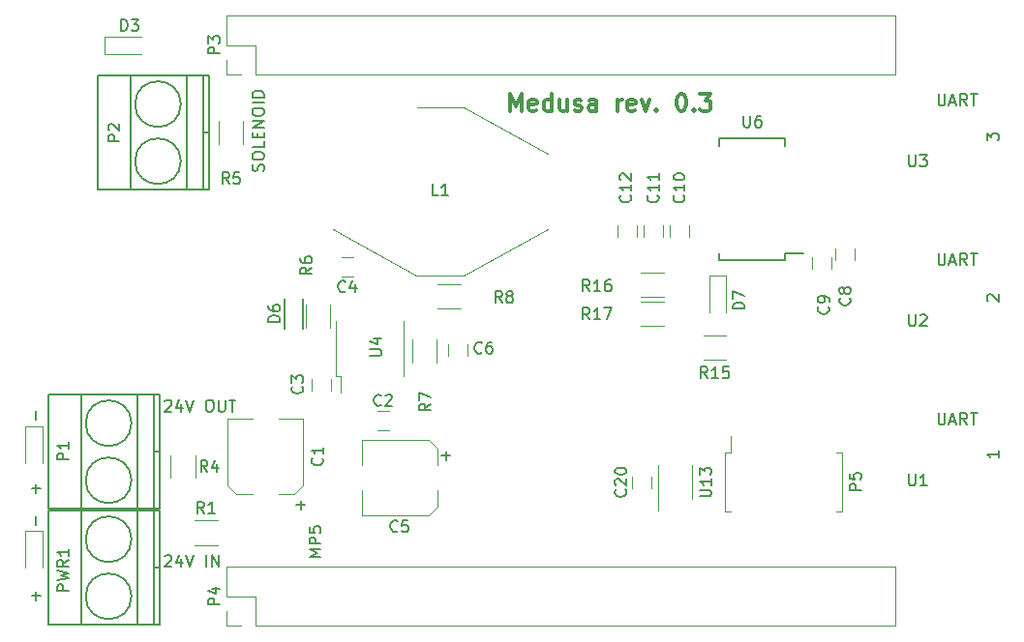
<source format=gto>
G04 #@! TF.GenerationSoftware,KiCad,Pcbnew,(6.0.0-rc1-dev-159-g1e43773)*
G04 #@! TF.CreationDate,2018-07-25T22:10:03-05:00*
G04 #@! TF.ProjectId,bbb_alien_harness,6262625F616C69656E5F6861726E6573,rev?*
G04 #@! TF.SameCoordinates,Original*
G04 #@! TF.FileFunction,Legend,Top*
G04 #@! TF.FilePolarity,Positive*
%FSLAX46Y46*%
G04 Gerber Fmt 4.6, Leading zero omitted, Abs format (unit mm)*
G04 Created by KiCad (PCBNEW (6.0.0-rc1-dev-159-g1e43773)) date Wed Jul 25 22:10:03 2018*
%MOMM*%
%LPD*%
G01*
G04 APERTURE LIST*
%ADD10C,0.300000*%
%ADD11C,0.203200*%
%ADD12C,0.120000*%
%ADD13C,0.150000*%
G04 APERTURE END LIST*
D10*
X119394366Y-81323571D02*
X119394366Y-79823571D01*
X119894366Y-80895000D01*
X120394366Y-79823571D01*
X120394366Y-81323571D01*
X121680081Y-81252142D02*
X121537224Y-81323571D01*
X121251509Y-81323571D01*
X121108652Y-81252142D01*
X121037224Y-81109285D01*
X121037224Y-80537857D01*
X121108652Y-80395000D01*
X121251509Y-80323571D01*
X121537224Y-80323571D01*
X121680081Y-80395000D01*
X121751509Y-80537857D01*
X121751509Y-80680714D01*
X121037224Y-80823571D01*
X123037224Y-81323571D02*
X123037224Y-79823571D01*
X123037224Y-81252142D02*
X122894366Y-81323571D01*
X122608652Y-81323571D01*
X122465795Y-81252142D01*
X122394366Y-81180714D01*
X122322938Y-81037857D01*
X122322938Y-80609285D01*
X122394366Y-80466428D01*
X122465795Y-80395000D01*
X122608652Y-80323571D01*
X122894366Y-80323571D01*
X123037224Y-80395000D01*
X124394366Y-80323571D02*
X124394366Y-81323571D01*
X123751509Y-80323571D02*
X123751509Y-81109285D01*
X123822938Y-81252142D01*
X123965795Y-81323571D01*
X124180081Y-81323571D01*
X124322938Y-81252142D01*
X124394366Y-81180714D01*
X125037224Y-81252142D02*
X125180081Y-81323571D01*
X125465795Y-81323571D01*
X125608652Y-81252142D01*
X125680081Y-81109285D01*
X125680081Y-81037857D01*
X125608652Y-80895000D01*
X125465795Y-80823571D01*
X125251509Y-80823571D01*
X125108652Y-80752142D01*
X125037224Y-80609285D01*
X125037224Y-80537857D01*
X125108652Y-80395000D01*
X125251509Y-80323571D01*
X125465795Y-80323571D01*
X125608652Y-80395000D01*
X126965795Y-81323571D02*
X126965795Y-80537857D01*
X126894367Y-80395000D01*
X126751509Y-80323571D01*
X126465795Y-80323571D01*
X126322938Y-80395000D01*
X126965795Y-81252142D02*
X126822938Y-81323571D01*
X126465795Y-81323571D01*
X126322938Y-81252142D01*
X126251509Y-81109285D01*
X126251509Y-80966428D01*
X126322938Y-80823571D01*
X126465795Y-80752142D01*
X126822938Y-80752142D01*
X126965795Y-80680714D01*
X128822938Y-81323571D02*
X128822938Y-80323571D01*
X128822938Y-80609285D02*
X128894367Y-80466428D01*
X128965795Y-80395000D01*
X129108652Y-80323571D01*
X129251509Y-80323571D01*
X130322938Y-81252142D02*
X130180081Y-81323571D01*
X129894367Y-81323571D01*
X129751509Y-81252142D01*
X129680081Y-81109285D01*
X129680081Y-80537857D01*
X129751509Y-80395000D01*
X129894367Y-80323571D01*
X130180081Y-80323571D01*
X130322938Y-80395000D01*
X130394367Y-80537857D01*
X130394367Y-80680714D01*
X129680081Y-80823571D01*
X130894367Y-80323571D02*
X131251509Y-81323571D01*
X131608652Y-80323571D01*
X132180081Y-81180714D02*
X132251509Y-81252142D01*
X132180081Y-81323571D01*
X132108652Y-81252142D01*
X132180081Y-81180714D01*
X132180081Y-81323571D01*
X134322938Y-79823571D02*
X134465795Y-79823571D01*
X134608652Y-79895000D01*
X134680081Y-79966428D01*
X134751509Y-80109285D01*
X134822938Y-80395000D01*
X134822938Y-80752142D01*
X134751509Y-81037857D01*
X134680081Y-81180714D01*
X134608652Y-81252142D01*
X134465795Y-81323571D01*
X134322938Y-81323571D01*
X134180081Y-81252142D01*
X134108652Y-81180714D01*
X134037224Y-81037857D01*
X133965795Y-80752142D01*
X133965795Y-80395000D01*
X134037224Y-80109285D01*
X134108652Y-79966428D01*
X134180081Y-79895000D01*
X134322938Y-79823571D01*
X135465795Y-81180714D02*
X135537224Y-81252142D01*
X135465795Y-81323571D01*
X135394367Y-81252142D01*
X135465795Y-81180714D01*
X135465795Y-81323571D01*
X136037224Y-79823571D02*
X136965795Y-79823571D01*
X136465795Y-80395000D01*
X136680081Y-80395000D01*
X136822938Y-80466428D01*
X136894367Y-80537857D01*
X136965795Y-80680714D01*
X136965795Y-81037857D01*
X136894367Y-81180714D01*
X136822938Y-81252142D01*
X136680081Y-81323571D01*
X136251509Y-81323571D01*
X136108652Y-81252142D01*
X136037224Y-81180714D01*
D11*
X162131986Y-111088714D02*
X162131986Y-111669285D01*
X162131986Y-111379000D02*
X161115986Y-111379000D01*
X161261128Y-111475761D01*
X161357890Y-111572523D01*
X161406271Y-111669285D01*
X161212747Y-97953285D02*
X161164367Y-97904904D01*
X161115986Y-97808142D01*
X161115986Y-97566238D01*
X161164367Y-97469476D01*
X161212747Y-97421095D01*
X161309509Y-97372714D01*
X161406271Y-97372714D01*
X161551414Y-97421095D01*
X162131986Y-98001666D01*
X162131986Y-97372714D01*
X161115986Y-83904666D02*
X161115986Y-83275714D01*
X161503033Y-83614380D01*
X161503033Y-83469238D01*
X161551414Y-83372476D01*
X161599795Y-83324095D01*
X161696557Y-83275714D01*
X161938462Y-83275714D01*
X162035224Y-83324095D01*
X162083605Y-83372476D01*
X162131986Y-83469238D01*
X162131986Y-83759523D01*
X162083605Y-83856285D01*
X162035224Y-83904666D01*
X156876605Y-107774619D02*
X156876605Y-108597095D01*
X156924986Y-108693857D01*
X156973367Y-108742238D01*
X157070128Y-108790619D01*
X157263652Y-108790619D01*
X157360414Y-108742238D01*
X157408795Y-108693857D01*
X157457176Y-108597095D01*
X157457176Y-107774619D01*
X157892605Y-108500333D02*
X158376414Y-108500333D01*
X157795843Y-108790619D02*
X158134509Y-107774619D01*
X158473176Y-108790619D01*
X159392414Y-108790619D02*
X159053747Y-108306809D01*
X158811843Y-108790619D02*
X158811843Y-107774619D01*
X159198890Y-107774619D01*
X159295652Y-107823000D01*
X159344033Y-107871380D01*
X159392414Y-107968142D01*
X159392414Y-108113285D01*
X159344033Y-108210047D01*
X159295652Y-108258428D01*
X159198890Y-108306809D01*
X158811843Y-108306809D01*
X159682700Y-107774619D02*
X160263271Y-107774619D01*
X159972986Y-108790619D02*
X159972986Y-107774619D01*
X156876605Y-93804619D02*
X156876605Y-94627095D01*
X156924986Y-94723857D01*
X156973367Y-94772238D01*
X157070128Y-94820619D01*
X157263652Y-94820619D01*
X157360414Y-94772238D01*
X157408795Y-94723857D01*
X157457176Y-94627095D01*
X157457176Y-93804619D01*
X157892605Y-94530333D02*
X158376414Y-94530333D01*
X157795843Y-94820619D02*
X158134509Y-93804619D01*
X158473176Y-94820619D01*
X159392414Y-94820619D02*
X159053747Y-94336809D01*
X158811843Y-94820619D02*
X158811843Y-93804619D01*
X159198890Y-93804619D01*
X159295652Y-93853000D01*
X159344033Y-93901380D01*
X159392414Y-93998142D01*
X159392414Y-94143285D01*
X159344033Y-94240047D01*
X159295652Y-94288428D01*
X159198890Y-94336809D01*
X158811843Y-94336809D01*
X159682700Y-93804619D02*
X160263271Y-93804619D01*
X159972986Y-94820619D02*
X159972986Y-93804619D01*
X156876605Y-79834619D02*
X156876605Y-80657095D01*
X156924986Y-80753857D01*
X156973367Y-80802238D01*
X157070128Y-80850619D01*
X157263652Y-80850619D01*
X157360414Y-80802238D01*
X157408795Y-80753857D01*
X157457176Y-80657095D01*
X157457176Y-79834619D01*
X157892605Y-80560333D02*
X158376414Y-80560333D01*
X157795843Y-80850619D02*
X158134509Y-79834619D01*
X158473176Y-80850619D01*
X159392414Y-80850619D02*
X159053747Y-80366809D01*
X158811843Y-80850619D02*
X158811843Y-79834619D01*
X159198890Y-79834619D01*
X159295652Y-79883000D01*
X159344033Y-79931380D01*
X159392414Y-80028142D01*
X159392414Y-80173285D01*
X159344033Y-80270047D01*
X159295652Y-80318428D01*
X159198890Y-80366809D01*
X158811843Y-80366809D01*
X159682700Y-79834619D02*
X160263271Y-79834619D01*
X159972986Y-80850619D02*
X159972986Y-79834619D01*
X97821605Y-86565619D02*
X97869986Y-86420476D01*
X97869986Y-86178571D01*
X97821605Y-86081809D01*
X97773224Y-86033428D01*
X97676462Y-85985047D01*
X97579700Y-85985047D01*
X97482938Y-86033428D01*
X97434557Y-86081809D01*
X97386176Y-86178571D01*
X97337795Y-86372095D01*
X97289414Y-86468857D01*
X97241033Y-86517238D01*
X97144271Y-86565619D01*
X97047509Y-86565619D01*
X96950747Y-86517238D01*
X96902367Y-86468857D01*
X96853986Y-86372095D01*
X96853986Y-86130190D01*
X96902367Y-85985047D01*
X96853986Y-85356095D02*
X96853986Y-85162571D01*
X96902367Y-85065809D01*
X96999128Y-84969047D01*
X97192652Y-84920666D01*
X97531319Y-84920666D01*
X97724843Y-84969047D01*
X97821605Y-85065809D01*
X97869986Y-85162571D01*
X97869986Y-85356095D01*
X97821605Y-85452857D01*
X97724843Y-85549619D01*
X97531319Y-85598000D01*
X97192652Y-85598000D01*
X96999128Y-85549619D01*
X96902367Y-85452857D01*
X96853986Y-85356095D01*
X97869986Y-84001428D02*
X97869986Y-84485238D01*
X96853986Y-84485238D01*
X97337795Y-83662761D02*
X97337795Y-83324095D01*
X97869986Y-83178952D02*
X97869986Y-83662761D01*
X96853986Y-83662761D01*
X96853986Y-83178952D01*
X97869986Y-82743523D02*
X96853986Y-82743523D01*
X97869986Y-82162952D01*
X96853986Y-82162952D01*
X96853986Y-81485619D02*
X96853986Y-81292095D01*
X96902367Y-81195333D01*
X96999128Y-81098571D01*
X97192652Y-81050190D01*
X97531319Y-81050190D01*
X97724843Y-81098571D01*
X97821605Y-81195333D01*
X97869986Y-81292095D01*
X97869986Y-81485619D01*
X97821605Y-81582380D01*
X97724843Y-81679142D01*
X97531319Y-81727523D01*
X97192652Y-81727523D01*
X96999128Y-81679142D01*
X96902367Y-81582380D01*
X96853986Y-81485619D01*
X97869986Y-80614761D02*
X96853986Y-80614761D01*
X97869986Y-80130952D02*
X96853986Y-80130952D01*
X96853986Y-79889047D01*
X96902367Y-79743904D01*
X96999128Y-79647142D01*
X97095890Y-79598761D01*
X97289414Y-79550380D01*
X97434557Y-79550380D01*
X97628081Y-79598761D01*
X97724843Y-79647142D01*
X97821605Y-79743904D01*
X97869986Y-79889047D01*
X97869986Y-80130952D01*
X77924938Y-108337047D02*
X77924938Y-107562952D01*
X77546599Y-114372571D02*
X78320694Y-114372571D01*
X77933647Y-114759619D02*
X77933647Y-113985523D01*
X77924938Y-117608047D02*
X77924938Y-116833952D01*
X77546599Y-123770571D02*
X78320694Y-123770571D01*
X77933647Y-124157619D02*
X77933647Y-123383523D01*
X89197701Y-106728380D02*
X89246081Y-106680000D01*
X89342843Y-106631619D01*
X89584748Y-106631619D01*
X89681510Y-106680000D01*
X89729891Y-106728380D01*
X89778272Y-106825142D01*
X89778272Y-106921904D01*
X89729891Y-107067047D01*
X89149320Y-107647619D01*
X89778272Y-107647619D01*
X90649129Y-106970285D02*
X90649129Y-107647619D01*
X90407224Y-106583238D02*
X90165320Y-107308952D01*
X90794272Y-107308952D01*
X91036177Y-106631619D02*
X91374843Y-107647619D01*
X91713510Y-106631619D01*
X93019796Y-106631619D02*
X93213320Y-106631619D01*
X93310081Y-106680000D01*
X93406843Y-106776761D01*
X93455224Y-106970285D01*
X93455224Y-107308952D01*
X93406843Y-107502476D01*
X93310081Y-107599238D01*
X93213320Y-107647619D01*
X93019796Y-107647619D01*
X92923034Y-107599238D01*
X92826272Y-107502476D01*
X92777891Y-107308952D01*
X92777891Y-106970285D01*
X92826272Y-106776761D01*
X92923034Y-106680000D01*
X93019796Y-106631619D01*
X93890653Y-106631619D02*
X93890653Y-107454095D01*
X93939034Y-107550857D01*
X93987415Y-107599238D01*
X94084177Y-107647619D01*
X94277701Y-107647619D01*
X94374462Y-107599238D01*
X94422843Y-107550857D01*
X94471224Y-107454095D01*
X94471224Y-106631619D01*
X94809891Y-106631619D02*
X95390462Y-106631619D01*
X95100177Y-107647619D02*
X95100177Y-106631619D01*
X89197700Y-120317380D02*
X89246081Y-120269000D01*
X89342843Y-120220619D01*
X89584747Y-120220619D01*
X89681509Y-120269000D01*
X89729890Y-120317380D01*
X89778271Y-120414142D01*
X89778271Y-120510904D01*
X89729890Y-120656047D01*
X89149319Y-121236619D01*
X89778271Y-121236619D01*
X90649128Y-120559285D02*
X90649128Y-121236619D01*
X90407224Y-120172238D02*
X90165319Y-120897952D01*
X90794271Y-120897952D01*
X91036176Y-120220619D02*
X91374843Y-121236619D01*
X91713509Y-120220619D01*
X92826271Y-121236619D02*
X92826271Y-120220619D01*
X93310081Y-121236619D02*
X93310081Y-120220619D01*
X93890652Y-121236619D01*
X93890652Y-120220619D01*
D12*
G04 #@! TO.C,R4*
X89710967Y-113445800D02*
X89710967Y-111445800D01*
X91850967Y-111445800D02*
X91850967Y-113445800D01*
D13*
G04 #@! TO.C,D6*
X99658367Y-97759520D02*
X99658367Y-100360480D01*
X101258367Y-97759520D02*
X101258367Y-100360480D01*
G04 #@! TO.C,U6*
X143464000Y-93827800D02*
X145064000Y-93827800D01*
X143464000Y-83752800D02*
X137714000Y-83752800D01*
X143464000Y-94402800D02*
X137714000Y-94402800D01*
X143464000Y-83752800D02*
X143464000Y-84402800D01*
X137714000Y-83752800D02*
X137714000Y-84402800D01*
X137714000Y-94402800D02*
X137714000Y-93752800D01*
X143464000Y-94402800D02*
X143464000Y-93827800D01*
D12*
G04 #@! TO.C,D3*
X87107367Y-76315000D02*
X83907367Y-76315000D01*
X83907367Y-74815000D02*
X87107367Y-74815000D01*
X83907367Y-74815000D02*
X83907367Y-76315000D01*
G04 #@! TO.C,P4*
X153095000Y-126425000D02*
X153095000Y-121225000D01*
X97155000Y-126425000D02*
X153095000Y-126425000D01*
X94555000Y-121225000D02*
X153095000Y-121225000D01*
X97155000Y-126425000D02*
X97155000Y-123825000D01*
X97155000Y-123825000D02*
X94555000Y-123825000D01*
X94555000Y-123825000D02*
X94555000Y-121225000D01*
X95885000Y-126425000D02*
X94555000Y-126425000D01*
X94555000Y-126425000D02*
X94555000Y-125095000D01*
G04 #@! TO.C,P3*
X94555000Y-78165000D02*
X94555000Y-76835000D01*
X95885000Y-78165000D02*
X94555000Y-78165000D01*
X94555000Y-75565000D02*
X94555000Y-72965000D01*
X97155000Y-75565000D02*
X94555000Y-75565000D01*
X97155000Y-78165000D02*
X97155000Y-75565000D01*
X94555000Y-72965000D02*
X153095000Y-72965000D01*
X97155000Y-78165000D02*
X153095000Y-78165000D01*
X153095000Y-78165000D02*
X153095000Y-72965000D01*
D13*
G04 #@! TO.C,PWR1*
X86275600Y-123825000D02*
G75*
G03X86275600Y-123825000I-2000000J0D01*
G01*
X86275600Y-118825000D02*
G75*
G03X86275600Y-118825000I-2000000J0D01*
G01*
X78975600Y-126325000D02*
X88775600Y-126325000D01*
X78975600Y-116325000D02*
X78975600Y-126325000D01*
X88775600Y-116325000D02*
X78975600Y-116325000D01*
X88775600Y-126325000D02*
X88775600Y-116325000D01*
X88275600Y-126325000D02*
X88275600Y-116325000D01*
X81875600Y-126325000D02*
X81875600Y-116325000D01*
X86775600Y-126325000D02*
X86775600Y-116325000D01*
X88275600Y-121325000D02*
X88775600Y-121325000D01*
G04 #@! TO.C,P2*
X92593600Y-83225000D02*
X93093600Y-83225000D01*
X91093600Y-88225000D02*
X91093600Y-78225000D01*
X86193600Y-88225000D02*
X86193600Y-78225000D01*
X92593600Y-88225000D02*
X92593600Y-78225000D01*
X93093600Y-88225000D02*
X93093600Y-78225000D01*
X93093600Y-78225000D02*
X83293600Y-78225000D01*
X83293600Y-78225000D02*
X83293600Y-88225000D01*
X83293600Y-88225000D02*
X93093600Y-88225000D01*
X90593600Y-80725000D02*
G75*
G03X90593600Y-80725000I-2000000J0D01*
G01*
X90593600Y-85725000D02*
G75*
G03X90593600Y-85725000I-2000000J0D01*
G01*
G04 #@! TO.C,P1*
X86275600Y-113665000D02*
G75*
G03X86275600Y-113665000I-2000000J0D01*
G01*
X86275600Y-108665000D02*
G75*
G03X86275600Y-108665000I-2000000J0D01*
G01*
X78975600Y-116165000D02*
X88775600Y-116165000D01*
X78975600Y-106165000D02*
X78975600Y-116165000D01*
X88775600Y-106165000D02*
X78975600Y-106165000D01*
X88775600Y-116165000D02*
X88775600Y-106165000D01*
X88275600Y-116165000D02*
X88275600Y-106165000D01*
X81875600Y-116165000D02*
X81875600Y-106165000D01*
X86775600Y-116165000D02*
X86775600Y-106165000D01*
X88275600Y-111165000D02*
X88775600Y-111165000D01*
D12*
G04 #@! TO.C,R8*
X113047367Y-96466000D02*
X115047367Y-96466000D01*
X115047367Y-98606000D02*
X113047367Y-98606000D01*
G04 #@! TO.C,C5*
X112269367Y-116711000D02*
X106429367Y-116711000D01*
X113029367Y-115951000D02*
X112269367Y-116711000D01*
X112269367Y-110111000D02*
X113029367Y-110871000D01*
X106429367Y-110111000D02*
X112269367Y-110111000D01*
X113029367Y-115951000D02*
X113029367Y-114531000D01*
X113029367Y-110871000D02*
X113029367Y-112291000D01*
X106429367Y-116711000D02*
X106429367Y-114531000D01*
X106429367Y-110111000D02*
X106429367Y-112291000D01*
G04 #@! TO.C,P5*
X138710159Y-109770947D02*
X138710159Y-111190947D01*
X148460159Y-111190947D02*
X147930159Y-111190947D01*
X148460159Y-116390947D02*
X148460159Y-111190947D01*
X147930159Y-116390947D02*
X148460159Y-116390947D01*
X138180159Y-111190947D02*
X138710159Y-111190947D01*
X138180159Y-116390947D02*
X138180159Y-111190947D01*
X138710159Y-116390947D02*
X138180159Y-116390947D01*
G04 #@! TO.C,C1*
X94719967Y-114096800D02*
X94719967Y-108256800D01*
X95479967Y-114856800D02*
X94719967Y-114096800D01*
X101319967Y-114096800D02*
X100559967Y-114856800D01*
X101319967Y-108256800D02*
X101319967Y-114096800D01*
X95479967Y-114856800D02*
X96899967Y-114856800D01*
X100559967Y-114856800D02*
X99139967Y-114856800D01*
X94719967Y-108256800D02*
X96899967Y-108256800D01*
X101319967Y-108256800D02*
X99139967Y-108256800D01*
G04 #@! TO.C,C4*
X104657367Y-95846000D02*
X105657367Y-95846000D01*
X105657367Y-94146000D02*
X104657367Y-94146000D01*
G04 #@! TO.C,C6*
X113959367Y-101735000D02*
X113959367Y-102735000D01*
X115659367Y-102735000D02*
X115659367Y-101735000D01*
G04 #@! TO.C,C8*
X149567000Y-94403800D02*
X149567000Y-93403800D01*
X147867000Y-93403800D02*
X147867000Y-94403800D01*
G04 #@! TO.C,C9*
X145835000Y-94165800D02*
X145835000Y-95165800D01*
X147535000Y-95165800D02*
X147535000Y-94165800D01*
G04 #@! TO.C,C3*
X103721367Y-105783000D02*
X103721367Y-104783000D01*
X102021367Y-104783000D02*
X102021367Y-105783000D01*
G04 #@! TO.C,C2*
X108783793Y-107608000D02*
X107783793Y-107608000D01*
X107783793Y-109308000D02*
X108783793Y-109308000D01*
G04 #@! TO.C,C10*
X133389000Y-91371800D02*
X133389000Y-92371800D01*
X135089000Y-92371800D02*
X135089000Y-91371800D01*
G04 #@! TO.C,C11*
X131103000Y-91371800D02*
X131103000Y-92371800D01*
X132803000Y-92371800D02*
X132803000Y-91371800D01*
G04 #@! TO.C,C20*
X131747995Y-114333408D02*
X131747995Y-113333408D01*
X130047995Y-113333408D02*
X130047995Y-114333408D01*
G04 #@! TO.C,C12*
X130517000Y-92371800D02*
X130517000Y-91371800D01*
X128817000Y-91371800D02*
X128817000Y-92371800D01*
G04 #@! TO.C,U13*
X132318995Y-112333408D02*
X132318995Y-116333408D01*
X135318995Y-112333408D02*
X135318995Y-115333408D01*
G04 #@! TO.C,D7*
X138317767Y-95767800D02*
X136817767Y-95767800D01*
X138317767Y-95767800D02*
X138317767Y-98967800D01*
X136817767Y-98967800D02*
X136817767Y-95767800D01*
G04 #@! TO.C,D2*
X76975367Y-112150400D02*
X76975367Y-108950400D01*
X78475367Y-108950400D02*
X78475367Y-112150400D01*
X78475367Y-108950400D02*
X76975367Y-108950400D01*
G04 #@! TO.C,D1*
X78475367Y-118069000D02*
X76975367Y-118069000D01*
X78475367Y-118069000D02*
X78475367Y-121269000D01*
X76975367Y-121269000D02*
X76975367Y-118069000D01*
G04 #@! TO.C,R7*
X110818367Y-103362000D02*
X110818367Y-101362000D01*
X112958367Y-101362000D02*
X112958367Y-103362000D01*
G04 #@! TO.C,R6*
X103687367Y-98314000D02*
X103687367Y-100314000D01*
X101547367Y-100314000D02*
X101547367Y-98314000D01*
G04 #@! TO.C,R5*
X96067367Y-82185000D02*
X96067367Y-84185000D01*
X93927367Y-84185000D02*
X93927367Y-82185000D01*
G04 #@! TO.C,R1*
X93838367Y-119332400D02*
X91838367Y-119332400D01*
X91838367Y-117192400D02*
X93838367Y-117192400D01*
G04 #@! TO.C,R16*
X130826000Y-95500800D02*
X132826000Y-95500800D01*
X132826000Y-97640800D02*
X130826000Y-97640800D01*
G04 #@! TO.C,R17*
X130826000Y-98040800D02*
X132826000Y-98040800D01*
X132826000Y-100180800D02*
X130826000Y-100180800D01*
G04 #@! TO.C,R15*
X138313767Y-103101800D02*
X136313767Y-103101800D01*
X136313767Y-100961800D02*
X138313767Y-100961800D01*
G04 #@! TO.C,L1*
X111235367Y-81026000D02*
X115335367Y-81026000D01*
X111217367Y-95758000D02*
X103887367Y-91694000D01*
X115317367Y-95758000D02*
X111217367Y-95758000D01*
X115335367Y-95758000D02*
X122683367Y-91694000D01*
X115317367Y-81026000D02*
X122683367Y-85090000D01*
G04 #@! TO.C,U4*
X110061794Y-104555961D02*
X110061794Y-99755961D01*
X104153794Y-104555961D02*
X104153794Y-99755961D01*
X104553794Y-104555961D02*
X104553794Y-105955961D01*
X104153794Y-104555961D02*
X104553794Y-104555961D01*
G04 #@! TO.C,R4*
D13*
X92925700Y-112923580D02*
X92592367Y-112447390D01*
X92354271Y-112923580D02*
X92354271Y-111923580D01*
X92735224Y-111923580D01*
X92830462Y-111971200D01*
X92878081Y-112018819D01*
X92925700Y-112114057D01*
X92925700Y-112256914D01*
X92878081Y-112352152D01*
X92830462Y-112399771D01*
X92735224Y-112447390D01*
X92354271Y-112447390D01*
X93782843Y-112256914D02*
X93782843Y-112923580D01*
X93544747Y-111875961D02*
X93306652Y-112590247D01*
X93925700Y-112590247D01*
G04 #@! TO.C,U2*
X154279695Y-99147380D02*
X154279695Y-99956904D01*
X154327314Y-100052142D01*
X154374933Y-100099761D01*
X154470171Y-100147380D01*
X154660647Y-100147380D01*
X154755885Y-100099761D01*
X154803504Y-100052142D01*
X154851123Y-99956904D01*
X154851123Y-99147380D01*
X155279695Y-99242619D02*
X155327314Y-99195000D01*
X155422552Y-99147380D01*
X155660647Y-99147380D01*
X155755885Y-99195000D01*
X155803504Y-99242619D01*
X155851123Y-99337857D01*
X155851123Y-99433095D01*
X155803504Y-99575952D01*
X155232076Y-100147380D01*
X155851123Y-100147380D01*
G04 #@! TO.C,D6*
X99259747Y-99798095D02*
X98259747Y-99798095D01*
X98259747Y-99560000D01*
X98307367Y-99417142D01*
X98402605Y-99321904D01*
X98497843Y-99274285D01*
X98688319Y-99226666D01*
X98831176Y-99226666D01*
X99021652Y-99274285D01*
X99116890Y-99321904D01*
X99212128Y-99417142D01*
X99259747Y-99560000D01*
X99259747Y-99798095D01*
X98259747Y-98369523D02*
X98259747Y-98560000D01*
X98307367Y-98655238D01*
X98354986Y-98702857D01*
X98497843Y-98798095D01*
X98688319Y-98845714D01*
X99069271Y-98845714D01*
X99164509Y-98798095D01*
X99212128Y-98750476D01*
X99259747Y-98655238D01*
X99259747Y-98464761D01*
X99212128Y-98369523D01*
X99164509Y-98321904D01*
X99069271Y-98274285D01*
X98831176Y-98274285D01*
X98735938Y-98321904D01*
X98688319Y-98369523D01*
X98640700Y-98464761D01*
X98640700Y-98655238D01*
X98688319Y-98750476D01*
X98735938Y-98798095D01*
X98831176Y-98845714D01*
G04 #@! TO.C,U6*
X139827095Y-81740437D02*
X139827095Y-82549961D01*
X139874714Y-82645199D01*
X139922333Y-82692818D01*
X140017571Y-82740437D01*
X140208047Y-82740437D01*
X140303285Y-82692818D01*
X140350904Y-82645199D01*
X140398523Y-82549961D01*
X140398523Y-81740437D01*
X141303285Y-81740437D02*
X141112809Y-81740437D01*
X141017571Y-81788057D01*
X140969952Y-81835676D01*
X140874714Y-81978533D01*
X140827095Y-82169009D01*
X140827095Y-82549961D01*
X140874714Y-82645199D01*
X140922333Y-82692818D01*
X141017571Y-82740437D01*
X141208047Y-82740437D01*
X141303285Y-82692818D01*
X141350904Y-82645199D01*
X141398523Y-82549961D01*
X141398523Y-82311866D01*
X141350904Y-82216628D01*
X141303285Y-82169009D01*
X141208047Y-82121390D01*
X141017571Y-82121390D01*
X140922333Y-82169009D01*
X140874714Y-82216628D01*
X140827095Y-82311866D01*
G04 #@! TO.C,D3*
X85369271Y-74317380D02*
X85369271Y-73317380D01*
X85607367Y-73317380D01*
X85750224Y-73365000D01*
X85845462Y-73460238D01*
X85893081Y-73555476D01*
X85940700Y-73745952D01*
X85940700Y-73888809D01*
X85893081Y-74079285D01*
X85845462Y-74174523D01*
X85750224Y-74269761D01*
X85607367Y-74317380D01*
X85369271Y-74317380D01*
X86274033Y-73317380D02*
X86893081Y-73317380D01*
X86559747Y-73698333D01*
X86702605Y-73698333D01*
X86797843Y-73745952D01*
X86845462Y-73793571D01*
X86893081Y-73888809D01*
X86893081Y-74126904D01*
X86845462Y-74222142D01*
X86797843Y-74269761D01*
X86702605Y-74317380D01*
X86416890Y-74317380D01*
X86321652Y-74269761D01*
X86274033Y-74222142D01*
G04 #@! TO.C,P4*
X94007380Y-124563095D02*
X93007380Y-124563095D01*
X93007380Y-124182142D01*
X93055000Y-124086904D01*
X93102619Y-124039285D01*
X93197857Y-123991666D01*
X93340714Y-123991666D01*
X93435952Y-124039285D01*
X93483571Y-124086904D01*
X93531190Y-124182142D01*
X93531190Y-124563095D01*
X93340714Y-123134523D02*
X94007380Y-123134523D01*
X92959761Y-123372619D02*
X93674047Y-123610714D01*
X93674047Y-122991666D01*
G04 #@! TO.C,P3*
X94007380Y-76303095D02*
X93007380Y-76303095D01*
X93007380Y-75922142D01*
X93055000Y-75826904D01*
X93102619Y-75779285D01*
X93197857Y-75731666D01*
X93340714Y-75731666D01*
X93435952Y-75779285D01*
X93483571Y-75826904D01*
X93531190Y-75922142D01*
X93531190Y-76303095D01*
X93007380Y-75398333D02*
X93007380Y-74779285D01*
X93388333Y-75112619D01*
X93388333Y-74969761D01*
X93435952Y-74874523D01*
X93483571Y-74826904D01*
X93578809Y-74779285D01*
X93816904Y-74779285D01*
X93912142Y-74826904D01*
X93959761Y-74874523D01*
X94007380Y-74969761D01*
X94007380Y-75255476D01*
X93959761Y-75350714D01*
X93912142Y-75398333D01*
G04 #@! TO.C,PWR1*
X80792580Y-123348523D02*
X79792580Y-123348523D01*
X79792580Y-122967571D01*
X79840200Y-122872333D01*
X79887819Y-122824714D01*
X79983057Y-122777095D01*
X80125914Y-122777095D01*
X80221152Y-122824714D01*
X80268771Y-122872333D01*
X80316390Y-122967571D01*
X80316390Y-123348523D01*
X79792580Y-122443761D02*
X80792580Y-122205666D01*
X80078295Y-122015190D01*
X80792580Y-121824714D01*
X79792580Y-121586619D01*
X80792580Y-120634238D02*
X80316390Y-120967571D01*
X80792580Y-121205666D02*
X79792580Y-121205666D01*
X79792580Y-120824714D01*
X79840200Y-120729476D01*
X79887819Y-120681857D01*
X79983057Y-120634238D01*
X80125914Y-120634238D01*
X80221152Y-120681857D01*
X80268771Y-120729476D01*
X80316390Y-120824714D01*
X80316390Y-121205666D01*
X80792580Y-119681857D02*
X80792580Y-120253285D01*
X80792580Y-119967571D02*
X79792580Y-119967571D01*
X79935438Y-120062809D01*
X80030676Y-120158047D01*
X80078295Y-120253285D01*
G04 #@! TO.C,P2*
X85237580Y-83963095D02*
X84237580Y-83963095D01*
X84237580Y-83582142D01*
X84285200Y-83486904D01*
X84332819Y-83439285D01*
X84428057Y-83391666D01*
X84570914Y-83391666D01*
X84666152Y-83439285D01*
X84713771Y-83486904D01*
X84761390Y-83582142D01*
X84761390Y-83963095D01*
X84332819Y-83010714D02*
X84285200Y-82963095D01*
X84237580Y-82867857D01*
X84237580Y-82629761D01*
X84285200Y-82534523D01*
X84332819Y-82486904D01*
X84428057Y-82439285D01*
X84523295Y-82439285D01*
X84666152Y-82486904D01*
X85237580Y-83058333D01*
X85237580Y-82439285D01*
G04 #@! TO.C,P1*
X80792580Y-111863095D02*
X79792580Y-111863095D01*
X79792580Y-111482142D01*
X79840200Y-111386904D01*
X79887819Y-111339285D01*
X79983057Y-111291666D01*
X80125914Y-111291666D01*
X80221152Y-111339285D01*
X80268771Y-111386904D01*
X80316390Y-111482142D01*
X80316390Y-111863095D01*
X80792580Y-110339285D02*
X80792580Y-110910714D01*
X80792580Y-110625000D02*
X79792580Y-110625000D01*
X79935438Y-110720238D01*
X80030676Y-110815476D01*
X80078295Y-110910714D01*
G04 #@! TO.C,R8*
X118706700Y-98115380D02*
X118373367Y-97639190D01*
X118135271Y-98115380D02*
X118135271Y-97115380D01*
X118516224Y-97115380D01*
X118611462Y-97163000D01*
X118659081Y-97210619D01*
X118706700Y-97305857D01*
X118706700Y-97448714D01*
X118659081Y-97543952D01*
X118611462Y-97591571D01*
X118516224Y-97639190D01*
X118135271Y-97639190D01*
X119278128Y-97543952D02*
X119182890Y-97496333D01*
X119135271Y-97448714D01*
X119087652Y-97353476D01*
X119087652Y-97305857D01*
X119135271Y-97210619D01*
X119182890Y-97163000D01*
X119278128Y-97115380D01*
X119468605Y-97115380D01*
X119563843Y-97163000D01*
X119611462Y-97210619D01*
X119659081Y-97305857D01*
X119659081Y-97353476D01*
X119611462Y-97448714D01*
X119563843Y-97496333D01*
X119468605Y-97543952D01*
X119278128Y-97543952D01*
X119182890Y-97591571D01*
X119135271Y-97639190D01*
X119087652Y-97734428D01*
X119087652Y-97924904D01*
X119135271Y-98020142D01*
X119182890Y-98067761D01*
X119278128Y-98115380D01*
X119468605Y-98115380D01*
X119563843Y-98067761D01*
X119611462Y-98020142D01*
X119659081Y-97924904D01*
X119659081Y-97734428D01*
X119611462Y-97639190D01*
X119563843Y-97591571D01*
X119468605Y-97543952D01*
G04 #@! TO.C,C5*
X109562700Y-118086142D02*
X109515081Y-118133761D01*
X109372224Y-118181380D01*
X109276986Y-118181380D01*
X109134128Y-118133761D01*
X109038890Y-118038523D01*
X108991271Y-117943285D01*
X108943652Y-117752809D01*
X108943652Y-117609952D01*
X108991271Y-117419476D01*
X109038890Y-117324238D01*
X109134128Y-117229000D01*
X109276986Y-117181380D01*
X109372224Y-117181380D01*
X109515081Y-117229000D01*
X109562700Y-117276619D01*
X110467462Y-117181380D02*
X109991271Y-117181380D01*
X109943652Y-117657571D01*
X109991271Y-117609952D01*
X110086509Y-117562333D01*
X110324605Y-117562333D01*
X110419843Y-117609952D01*
X110467462Y-117657571D01*
X110515081Y-117752809D01*
X110515081Y-117990904D01*
X110467462Y-118086142D01*
X110419843Y-118133761D01*
X110324605Y-118181380D01*
X110086509Y-118181380D01*
X109991271Y-118133761D01*
X109943652Y-118086142D01*
X113412414Y-111501228D02*
X114174319Y-111501228D01*
X113793367Y-111882180D02*
X113793367Y-111120276D01*
G04 #@! TO.C,P5*
X150103854Y-114529042D02*
X149103854Y-114529042D01*
X149103854Y-114148089D01*
X149151474Y-114052851D01*
X149199093Y-114005232D01*
X149294331Y-113957613D01*
X149437188Y-113957613D01*
X149532426Y-114005232D01*
X149580045Y-114052851D01*
X149627664Y-114148089D01*
X149627664Y-114529042D01*
X149103854Y-113052851D02*
X149103854Y-113529042D01*
X149580045Y-113576661D01*
X149532426Y-113529042D01*
X149484807Y-113433804D01*
X149484807Y-113195708D01*
X149532426Y-113100470D01*
X149580045Y-113052851D01*
X149675283Y-113005232D01*
X149913378Y-113005232D01*
X150008616Y-113052851D01*
X150056235Y-113100470D01*
X150103854Y-113195708D01*
X150103854Y-113433804D01*
X150056235Y-113529042D01*
X150008616Y-113576661D01*
G04 #@! TO.C,MP5*
X102847747Y-120359323D02*
X101847747Y-120359323D01*
X102562033Y-120025990D01*
X101847747Y-119692657D01*
X102847747Y-119692657D01*
X102847747Y-119216466D02*
X101847747Y-119216466D01*
X101847747Y-118835514D01*
X101895367Y-118740276D01*
X101942986Y-118692657D01*
X102038224Y-118645038D01*
X102181081Y-118645038D01*
X102276319Y-118692657D01*
X102323938Y-118740276D01*
X102371557Y-118835514D01*
X102371557Y-119216466D01*
X101847747Y-117740276D02*
X101847747Y-118216466D01*
X102323938Y-118264085D01*
X102276319Y-118216466D01*
X102228700Y-118121228D01*
X102228700Y-117883133D01*
X102276319Y-117787895D01*
X102323938Y-117740276D01*
X102419176Y-117692657D01*
X102657271Y-117692657D01*
X102752509Y-117740276D01*
X102800128Y-117787895D01*
X102847747Y-117883133D01*
X102847747Y-118121228D01*
X102800128Y-118216466D01*
X102752509Y-118264085D01*
G04 #@! TO.C,C1*
X102937109Y-111723466D02*
X102984728Y-111771085D01*
X103032347Y-111913942D01*
X103032347Y-112009180D01*
X102984728Y-112152038D01*
X102889490Y-112247276D01*
X102794252Y-112294895D01*
X102603776Y-112342514D01*
X102460919Y-112342514D01*
X102270443Y-112294895D01*
X102175205Y-112247276D01*
X102079967Y-112152038D01*
X102032347Y-112009180D01*
X102032347Y-111913942D01*
X102079967Y-111771085D01*
X102127586Y-111723466D01*
X103032347Y-110771085D02*
X103032347Y-111342514D01*
X103032347Y-111056800D02*
X102032347Y-111056800D01*
X102175205Y-111152038D01*
X102270443Y-111247276D01*
X102318062Y-111342514D01*
X101101395Y-116217752D02*
X101101395Y-115455847D01*
X101482347Y-115836800D02*
X100720443Y-115836800D01*
G04 #@! TO.C,C4*
X104990700Y-97103142D02*
X104943081Y-97150761D01*
X104800224Y-97198380D01*
X104704986Y-97198380D01*
X104562128Y-97150761D01*
X104466890Y-97055523D01*
X104419271Y-96960285D01*
X104371652Y-96769809D01*
X104371652Y-96626952D01*
X104419271Y-96436476D01*
X104466890Y-96341238D01*
X104562128Y-96246000D01*
X104704986Y-96198380D01*
X104800224Y-96198380D01*
X104943081Y-96246000D01*
X104990700Y-96293619D01*
X105847843Y-96531714D02*
X105847843Y-97198380D01*
X105609747Y-96150761D02*
X105371652Y-96865047D01*
X105990700Y-96865047D01*
G04 #@! TO.C,C6*
X116928700Y-102465142D02*
X116881081Y-102512761D01*
X116738224Y-102560380D01*
X116642986Y-102560380D01*
X116500128Y-102512761D01*
X116404890Y-102417523D01*
X116357271Y-102322285D01*
X116309652Y-102131809D01*
X116309652Y-101988952D01*
X116357271Y-101798476D01*
X116404890Y-101703238D01*
X116500128Y-101608000D01*
X116642986Y-101560380D01*
X116738224Y-101560380D01*
X116881081Y-101608000D01*
X116928700Y-101655619D01*
X117785843Y-101560380D02*
X117595367Y-101560380D01*
X117500128Y-101608000D01*
X117452509Y-101655619D01*
X117357271Y-101798476D01*
X117309652Y-101988952D01*
X117309652Y-102369904D01*
X117357271Y-102465142D01*
X117404890Y-102512761D01*
X117500128Y-102560380D01*
X117690605Y-102560380D01*
X117785843Y-102512761D01*
X117833462Y-102465142D01*
X117881081Y-102369904D01*
X117881081Y-102131809D01*
X117833462Y-102036571D01*
X117785843Y-101988952D01*
X117690605Y-101941333D01*
X117500128Y-101941333D01*
X117404890Y-101988952D01*
X117357271Y-102036571D01*
X117309652Y-102131809D01*
G04 #@! TO.C,C8*
X149099542Y-97702666D02*
X149147161Y-97750285D01*
X149194780Y-97893142D01*
X149194780Y-97988380D01*
X149147161Y-98131238D01*
X149051923Y-98226476D01*
X148956685Y-98274095D01*
X148766209Y-98321714D01*
X148623352Y-98321714D01*
X148432876Y-98274095D01*
X148337638Y-98226476D01*
X148242400Y-98131238D01*
X148194780Y-97988380D01*
X148194780Y-97893142D01*
X148242400Y-97750285D01*
X148290019Y-97702666D01*
X148623352Y-97131238D02*
X148575733Y-97226476D01*
X148528114Y-97274095D01*
X148432876Y-97321714D01*
X148385257Y-97321714D01*
X148290019Y-97274095D01*
X148242400Y-97226476D01*
X148194780Y-97131238D01*
X148194780Y-96940761D01*
X148242400Y-96845523D01*
X148290019Y-96797904D01*
X148385257Y-96750285D01*
X148432876Y-96750285D01*
X148528114Y-96797904D01*
X148575733Y-96845523D01*
X148623352Y-96940761D01*
X148623352Y-97131238D01*
X148670971Y-97226476D01*
X148718590Y-97274095D01*
X148813828Y-97321714D01*
X149004304Y-97321714D01*
X149099542Y-97274095D01*
X149147161Y-97226476D01*
X149194780Y-97131238D01*
X149194780Y-96940761D01*
X149147161Y-96845523D01*
X149099542Y-96797904D01*
X149004304Y-96750285D01*
X148813828Y-96750285D01*
X148718590Y-96797904D01*
X148670971Y-96845523D01*
X148623352Y-96940761D01*
G04 #@! TO.C,C9*
X147219942Y-98464666D02*
X147267561Y-98512285D01*
X147315180Y-98655142D01*
X147315180Y-98750380D01*
X147267561Y-98893238D01*
X147172323Y-98988476D01*
X147077085Y-99036095D01*
X146886609Y-99083714D01*
X146743752Y-99083714D01*
X146553276Y-99036095D01*
X146458038Y-98988476D01*
X146362800Y-98893238D01*
X146315180Y-98750380D01*
X146315180Y-98655142D01*
X146362800Y-98512285D01*
X146410419Y-98464666D01*
X147315180Y-97988476D02*
X147315180Y-97798000D01*
X147267561Y-97702761D01*
X147219942Y-97655142D01*
X147077085Y-97559904D01*
X146886609Y-97512285D01*
X146505657Y-97512285D01*
X146410419Y-97559904D01*
X146362800Y-97607523D01*
X146315180Y-97702761D01*
X146315180Y-97893238D01*
X146362800Y-97988476D01*
X146410419Y-98036095D01*
X146505657Y-98083714D01*
X146743752Y-98083714D01*
X146838990Y-98036095D01*
X146886609Y-97988476D01*
X146934228Y-97893238D01*
X146934228Y-97702761D01*
X146886609Y-97607523D01*
X146838990Y-97559904D01*
X146743752Y-97512285D01*
G04 #@! TO.C,C3*
X101196509Y-105449666D02*
X101244128Y-105497285D01*
X101291747Y-105640142D01*
X101291747Y-105735380D01*
X101244128Y-105878238D01*
X101148890Y-105973476D01*
X101053652Y-106021095D01*
X100863176Y-106068714D01*
X100720319Y-106068714D01*
X100529843Y-106021095D01*
X100434605Y-105973476D01*
X100339367Y-105878238D01*
X100291747Y-105735380D01*
X100291747Y-105640142D01*
X100339367Y-105497285D01*
X100386986Y-105449666D01*
X100291747Y-105116333D02*
X100291747Y-104497285D01*
X100672700Y-104830619D01*
X100672700Y-104687761D01*
X100720319Y-104592523D01*
X100767938Y-104544904D01*
X100863176Y-104497285D01*
X101101271Y-104497285D01*
X101196509Y-104544904D01*
X101244128Y-104592523D01*
X101291747Y-104687761D01*
X101291747Y-104973476D01*
X101244128Y-105068714D01*
X101196509Y-105116333D01*
G04 #@! TO.C,C2*
X108117126Y-107065142D02*
X108069507Y-107112761D01*
X107926650Y-107160380D01*
X107831412Y-107160380D01*
X107688554Y-107112761D01*
X107593316Y-107017523D01*
X107545697Y-106922285D01*
X107498078Y-106731809D01*
X107498078Y-106588952D01*
X107545697Y-106398476D01*
X107593316Y-106303238D01*
X107688554Y-106208000D01*
X107831412Y-106160380D01*
X107926650Y-106160380D01*
X108069507Y-106208000D01*
X108117126Y-106255619D01*
X108498078Y-106255619D02*
X108545697Y-106208000D01*
X108640935Y-106160380D01*
X108879031Y-106160380D01*
X108974269Y-106208000D01*
X109021888Y-106255619D01*
X109069507Y-106350857D01*
X109069507Y-106446095D01*
X109021888Y-106588952D01*
X108450459Y-107160380D01*
X109069507Y-107160380D01*
G04 #@! TO.C,C10*
X134576142Y-88704657D02*
X134623761Y-88752276D01*
X134671380Y-88895133D01*
X134671380Y-88990371D01*
X134623761Y-89133228D01*
X134528523Y-89228466D01*
X134433285Y-89276085D01*
X134242809Y-89323704D01*
X134099952Y-89323704D01*
X133909476Y-89276085D01*
X133814238Y-89228466D01*
X133719000Y-89133228D01*
X133671380Y-88990371D01*
X133671380Y-88895133D01*
X133719000Y-88752276D01*
X133766619Y-88704657D01*
X134671380Y-87752276D02*
X134671380Y-88323704D01*
X134671380Y-88037990D02*
X133671380Y-88037990D01*
X133814238Y-88133228D01*
X133909476Y-88228466D01*
X133957095Y-88323704D01*
X133671380Y-87133228D02*
X133671380Y-87037990D01*
X133719000Y-86942752D01*
X133766619Y-86895133D01*
X133861857Y-86847514D01*
X134052333Y-86799895D01*
X134290428Y-86799895D01*
X134480904Y-86847514D01*
X134576142Y-86895133D01*
X134623761Y-86942752D01*
X134671380Y-87037990D01*
X134671380Y-87133228D01*
X134623761Y-87228466D01*
X134576142Y-87276085D01*
X134480904Y-87323704D01*
X134290428Y-87371323D01*
X134052333Y-87371323D01*
X133861857Y-87323704D01*
X133766619Y-87276085D01*
X133719000Y-87228466D01*
X133671380Y-87133228D01*
G04 #@! TO.C,C11*
X132310142Y-88704657D02*
X132357761Y-88752276D01*
X132405380Y-88895133D01*
X132405380Y-88990371D01*
X132357761Y-89133228D01*
X132262523Y-89228466D01*
X132167285Y-89276085D01*
X131976809Y-89323704D01*
X131833952Y-89323704D01*
X131643476Y-89276085D01*
X131548238Y-89228466D01*
X131453000Y-89133228D01*
X131405380Y-88990371D01*
X131405380Y-88895133D01*
X131453000Y-88752276D01*
X131500619Y-88704657D01*
X132405380Y-87752276D02*
X132405380Y-88323704D01*
X132405380Y-88037990D02*
X131405380Y-88037990D01*
X131548238Y-88133228D01*
X131643476Y-88228466D01*
X131691095Y-88323704D01*
X132405380Y-86799895D02*
X132405380Y-87371323D01*
X132405380Y-87085609D02*
X131405380Y-87085609D01*
X131548238Y-87180847D01*
X131643476Y-87276085D01*
X131691095Y-87371323D01*
G04 #@! TO.C,C20*
X129477137Y-114476265D02*
X129524756Y-114523884D01*
X129572375Y-114666741D01*
X129572375Y-114761979D01*
X129524756Y-114904836D01*
X129429518Y-115000074D01*
X129334280Y-115047693D01*
X129143804Y-115095312D01*
X129000947Y-115095312D01*
X128810471Y-115047693D01*
X128715233Y-115000074D01*
X128619995Y-114904836D01*
X128572375Y-114761979D01*
X128572375Y-114666741D01*
X128619995Y-114523884D01*
X128667614Y-114476265D01*
X128667614Y-114095312D02*
X128619995Y-114047693D01*
X128572375Y-113952455D01*
X128572375Y-113714360D01*
X128619995Y-113619122D01*
X128667614Y-113571503D01*
X128762852Y-113523884D01*
X128858090Y-113523884D01*
X129000947Y-113571503D01*
X129572375Y-114142931D01*
X129572375Y-113523884D01*
X128572375Y-112904836D02*
X128572375Y-112809598D01*
X128619995Y-112714360D01*
X128667614Y-112666741D01*
X128762852Y-112619122D01*
X128953328Y-112571503D01*
X129191423Y-112571503D01*
X129381899Y-112619122D01*
X129477137Y-112666741D01*
X129524756Y-112714360D01*
X129572375Y-112809598D01*
X129572375Y-112904836D01*
X129524756Y-113000074D01*
X129477137Y-113047693D01*
X129381899Y-113095312D01*
X129191423Y-113142931D01*
X128953328Y-113142931D01*
X128762852Y-113095312D01*
X128667614Y-113047693D01*
X128619995Y-113000074D01*
X128572375Y-112904836D01*
G04 #@! TO.C,C12*
X129898509Y-88704657D02*
X129946128Y-88752276D01*
X129993747Y-88895133D01*
X129993747Y-88990371D01*
X129946128Y-89133228D01*
X129850890Y-89228466D01*
X129755652Y-89276085D01*
X129565176Y-89323704D01*
X129422319Y-89323704D01*
X129231843Y-89276085D01*
X129136605Y-89228466D01*
X129041367Y-89133228D01*
X128993747Y-88990371D01*
X128993747Y-88895133D01*
X129041367Y-88752276D01*
X129088986Y-88704657D01*
X129993747Y-87752276D02*
X129993747Y-88323704D01*
X129993747Y-88037990D02*
X128993747Y-88037990D01*
X129136605Y-88133228D01*
X129231843Y-88228466D01*
X129279462Y-88323704D01*
X129088986Y-87371323D02*
X129041367Y-87323704D01*
X128993747Y-87228466D01*
X128993747Y-86990371D01*
X129041367Y-86895133D01*
X129088986Y-86847514D01*
X129184224Y-86799895D01*
X129279462Y-86799895D01*
X129422319Y-86847514D01*
X129993747Y-87418942D01*
X129993747Y-86799895D01*
G04 #@! TO.C,U13*
X136014695Y-115071503D02*
X136824219Y-115071503D01*
X136919457Y-115023884D01*
X136967076Y-114976265D01*
X137014695Y-114881027D01*
X137014695Y-114690550D01*
X136967076Y-114595312D01*
X136919457Y-114547693D01*
X136824219Y-114500074D01*
X136014695Y-114500074D01*
X137014695Y-113500074D02*
X137014695Y-114071503D01*
X137014695Y-113785788D02*
X136014695Y-113785788D01*
X136157553Y-113881027D01*
X136252791Y-113976265D01*
X136300410Y-114071503D01*
X136014695Y-113166741D02*
X136014695Y-112547693D01*
X136395648Y-112881027D01*
X136395648Y-112738169D01*
X136443267Y-112642931D01*
X136490886Y-112595312D01*
X136586124Y-112547693D01*
X136824219Y-112547693D01*
X136919457Y-112595312D01*
X136967076Y-112642931D01*
X137014695Y-112738169D01*
X137014695Y-113023884D01*
X136967076Y-113119122D01*
X136919457Y-113166741D01*
G04 #@! TO.C,D7*
X139899747Y-98655095D02*
X138899747Y-98655095D01*
X138899747Y-98417000D01*
X138947367Y-98274142D01*
X139042605Y-98178904D01*
X139137843Y-98131285D01*
X139328319Y-98083666D01*
X139471176Y-98083666D01*
X139661652Y-98131285D01*
X139756890Y-98178904D01*
X139852128Y-98274142D01*
X139899747Y-98417000D01*
X139899747Y-98655095D01*
X138899747Y-97750333D02*
X138899747Y-97083666D01*
X139899747Y-97512238D01*
G04 #@! TO.C,R7*
X112467747Y-106973666D02*
X111991557Y-107307000D01*
X112467747Y-107545095D02*
X111467747Y-107545095D01*
X111467747Y-107164142D01*
X111515367Y-107068904D01*
X111562986Y-107021285D01*
X111658224Y-106973666D01*
X111801081Y-106973666D01*
X111896319Y-107021285D01*
X111943938Y-107068904D01*
X111991557Y-107164142D01*
X111991557Y-107545095D01*
X111467747Y-106640333D02*
X111467747Y-105973666D01*
X112467747Y-106402238D01*
G04 #@! TO.C,R6*
X102053747Y-95035666D02*
X101577557Y-95369000D01*
X102053747Y-95607095D02*
X101053747Y-95607095D01*
X101053747Y-95226142D01*
X101101367Y-95130904D01*
X101148986Y-95083285D01*
X101244224Y-95035666D01*
X101387081Y-95035666D01*
X101482319Y-95083285D01*
X101529938Y-95130904D01*
X101577557Y-95226142D01*
X101577557Y-95607095D01*
X101053747Y-94178523D02*
X101053747Y-94369000D01*
X101101367Y-94464238D01*
X101148986Y-94511857D01*
X101291843Y-94607095D01*
X101482319Y-94654714D01*
X101863271Y-94654714D01*
X101958509Y-94607095D01*
X102006128Y-94559476D01*
X102053747Y-94464238D01*
X102053747Y-94273761D01*
X102006128Y-94178523D01*
X101958509Y-94130904D01*
X101863271Y-94083285D01*
X101625176Y-94083285D01*
X101529938Y-94130904D01*
X101482319Y-94178523D01*
X101434700Y-94273761D01*
X101434700Y-94464238D01*
X101482319Y-94559476D01*
X101529938Y-94607095D01*
X101625176Y-94654714D01*
G04 #@! TO.C,R5*
X94830700Y-87701380D02*
X94497367Y-87225190D01*
X94259271Y-87701380D02*
X94259271Y-86701380D01*
X94640224Y-86701380D01*
X94735462Y-86749000D01*
X94783081Y-86796619D01*
X94830700Y-86891857D01*
X94830700Y-87034714D01*
X94783081Y-87129952D01*
X94735462Y-87177571D01*
X94640224Y-87225190D01*
X94259271Y-87225190D01*
X95735462Y-86701380D02*
X95259271Y-86701380D01*
X95211652Y-87177571D01*
X95259271Y-87129952D01*
X95354509Y-87082333D01*
X95592605Y-87082333D01*
X95687843Y-87129952D01*
X95735462Y-87177571D01*
X95783081Y-87272809D01*
X95783081Y-87510904D01*
X95735462Y-87606142D01*
X95687843Y-87653761D01*
X95592605Y-87701380D01*
X95354509Y-87701380D01*
X95259271Y-87653761D01*
X95211652Y-87606142D01*
G04 #@! TO.C,R1*
X92620900Y-116555780D02*
X92287567Y-116079590D01*
X92049471Y-116555780D02*
X92049471Y-115555780D01*
X92430424Y-115555780D01*
X92525662Y-115603400D01*
X92573281Y-115651019D01*
X92620900Y-115746257D01*
X92620900Y-115889114D01*
X92573281Y-115984352D01*
X92525662Y-116031971D01*
X92430424Y-116079590D01*
X92049471Y-116079590D01*
X93573281Y-116555780D02*
X93001852Y-116555780D01*
X93287567Y-116555780D02*
X93287567Y-115555780D01*
X93192328Y-115698638D01*
X93097090Y-115793876D01*
X93001852Y-115841495D01*
G04 #@! TO.C,R16*
X126357142Y-97099380D02*
X126023809Y-96623190D01*
X125785714Y-97099380D02*
X125785714Y-96099380D01*
X126166666Y-96099380D01*
X126261904Y-96147000D01*
X126309523Y-96194619D01*
X126357142Y-96289857D01*
X126357142Y-96432714D01*
X126309523Y-96527952D01*
X126261904Y-96575571D01*
X126166666Y-96623190D01*
X125785714Y-96623190D01*
X127309523Y-97099380D02*
X126738095Y-97099380D01*
X127023809Y-97099380D02*
X127023809Y-96099380D01*
X126928571Y-96242238D01*
X126833333Y-96337476D01*
X126738095Y-96385095D01*
X128166666Y-96099380D02*
X127976190Y-96099380D01*
X127880952Y-96147000D01*
X127833333Y-96194619D01*
X127738095Y-96337476D01*
X127690476Y-96527952D01*
X127690476Y-96908904D01*
X127738095Y-97004142D01*
X127785714Y-97051761D01*
X127880952Y-97099380D01*
X128071428Y-97099380D01*
X128166666Y-97051761D01*
X128214285Y-97004142D01*
X128261904Y-96908904D01*
X128261904Y-96670809D01*
X128214285Y-96575571D01*
X128166666Y-96527952D01*
X128071428Y-96480333D01*
X127880952Y-96480333D01*
X127785714Y-96527952D01*
X127738095Y-96575571D01*
X127690476Y-96670809D01*
G04 #@! TO.C,R17*
X126357142Y-99563180D02*
X126023809Y-99086990D01*
X125785714Y-99563180D02*
X125785714Y-98563180D01*
X126166666Y-98563180D01*
X126261904Y-98610800D01*
X126309523Y-98658419D01*
X126357142Y-98753657D01*
X126357142Y-98896514D01*
X126309523Y-98991752D01*
X126261904Y-99039371D01*
X126166666Y-99086990D01*
X125785714Y-99086990D01*
X127309523Y-99563180D02*
X126738095Y-99563180D01*
X127023809Y-99563180D02*
X127023809Y-98563180D01*
X126928571Y-98706038D01*
X126833333Y-98801276D01*
X126738095Y-98848895D01*
X127642857Y-98563180D02*
X128309523Y-98563180D01*
X127880952Y-99563180D01*
G04 #@! TO.C,R15*
X136670909Y-104719380D02*
X136337576Y-104243190D01*
X136099481Y-104719380D02*
X136099481Y-103719380D01*
X136480433Y-103719380D01*
X136575671Y-103767000D01*
X136623290Y-103814619D01*
X136670909Y-103909857D01*
X136670909Y-104052714D01*
X136623290Y-104147952D01*
X136575671Y-104195571D01*
X136480433Y-104243190D01*
X136099481Y-104243190D01*
X137623290Y-104719380D02*
X137051862Y-104719380D01*
X137337576Y-104719380D02*
X137337576Y-103719380D01*
X137242338Y-103862238D01*
X137147100Y-103957476D01*
X137051862Y-104005095D01*
X138528052Y-103719380D02*
X138051862Y-103719380D01*
X138004243Y-104195571D01*
X138051862Y-104147952D01*
X138147100Y-104100333D01*
X138385195Y-104100333D01*
X138480433Y-104147952D01*
X138528052Y-104195571D01*
X138575671Y-104290809D01*
X138575671Y-104528904D01*
X138528052Y-104624142D01*
X138480433Y-104671761D01*
X138385195Y-104719380D01*
X138147100Y-104719380D01*
X138051862Y-104671761D01*
X138004243Y-104624142D01*
G04 #@! TO.C,L1*
X113118700Y-88717380D02*
X112642509Y-88717380D01*
X112642509Y-87717380D01*
X113975843Y-88717380D02*
X113404414Y-88717380D01*
X113690128Y-88717380D02*
X113690128Y-87717380D01*
X113594890Y-87860238D01*
X113499652Y-87955476D01*
X113404414Y-88003095D01*
G04 #@! TO.C,U1*
X154279695Y-113117380D02*
X154279695Y-113926904D01*
X154327314Y-114022142D01*
X154374933Y-114069761D01*
X154470171Y-114117380D01*
X154660647Y-114117380D01*
X154755885Y-114069761D01*
X154803504Y-114022142D01*
X154851123Y-113926904D01*
X154851123Y-113117380D01*
X155851123Y-114117380D02*
X155279695Y-114117380D01*
X155565409Y-114117380D02*
X155565409Y-113117380D01*
X155470171Y-113260238D01*
X155374933Y-113355476D01*
X155279695Y-113403095D01*
G04 #@! TO.C,U3*
X154279695Y-85177380D02*
X154279695Y-85986904D01*
X154327314Y-86082142D01*
X154374933Y-86129761D01*
X154470171Y-86177380D01*
X154660647Y-86177380D01*
X154755885Y-86129761D01*
X154803504Y-86082142D01*
X154851123Y-85986904D01*
X154851123Y-85177380D01*
X155232076Y-85177380D02*
X155851123Y-85177380D01*
X155517790Y-85558333D01*
X155660647Y-85558333D01*
X155755885Y-85605952D01*
X155803504Y-85653571D01*
X155851123Y-85748809D01*
X155851123Y-85986904D01*
X155803504Y-86082142D01*
X155755885Y-86129761D01*
X155660647Y-86177380D01*
X155374933Y-86177380D01*
X155279695Y-86129761D01*
X155232076Y-86082142D01*
G04 #@! TO.C,U4*
X107149747Y-102742904D02*
X107959271Y-102742904D01*
X108054509Y-102695285D01*
X108102128Y-102647666D01*
X108149747Y-102552428D01*
X108149747Y-102361952D01*
X108102128Y-102266714D01*
X108054509Y-102219095D01*
X107959271Y-102171476D01*
X107149747Y-102171476D01*
X107483081Y-101266714D02*
X108149747Y-101266714D01*
X107102128Y-101504809D02*
X107816414Y-101742904D01*
X107816414Y-101123857D01*
G04 #@! TD*
M02*

</source>
